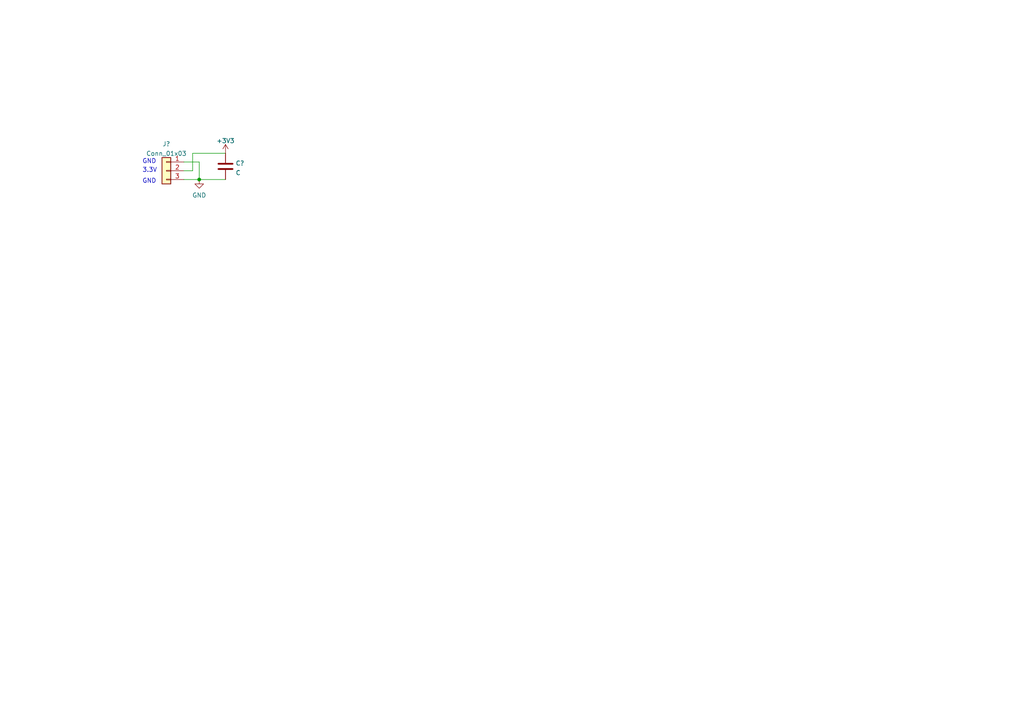
<source format=kicad_sch>
(kicad_sch (version 20211123) (generator eeschema)
  (paper "A4")
  (lib_symbols
    (symbol "Connector_Generic:Conn_01x03" (pin_names (offset 1.016) hide)
      (property "Reference" "J" (at 0 5.08 0))
      (property "Value" "Conn_01x03" (at 0 -5.08 0))
      (symbol "Conn_01x03_1_1"
        (rectangle (start -1.27 -2.413) (end 0 -2.667) (stroke (width 0.1524)))
        (rectangle (start -1.27 0.127) (end 0 -0.127) (stroke (width 0.1524)))
        (rectangle (start -1.27 2.667) (end 0 2.413) (stroke (width 0.1524)))
        (rectangle (start -1.27 3.81) (end 1.27 -3.81) (stroke (width 0.254)) (fill (type background)))
        (pin passive line (at -5.08 2.54 0) (length 3.81) (name "Pin_1") (number "1"))
        (pin passive line (at -5.08 0 0) (length 3.81) (name "Pin_2") (number "2"))
        (pin passive line (at -5.08 -2.54 0) (length 3.81) (name "Pin_3") (number "3"))
      )
    )
    (symbol "Device:C" (pin_numbers hide) (pin_names (offset 0.254))
      (property "Reference" "C" (at 0.635 2.54 0))
      (property "Value" "C" (at 0.635 -2.54 0))
      (symbol "C_0_1"
        (polyline (pts (xy -2.032 -0.762) (xy 2.032 -0.762)) (stroke (width 0.508)))
        (polyline (pts (xy -2.032 0.762) (xy 2.032 0.762)) (stroke (width 0.508)))
      )
      (symbol "C_1_1"
        (pin passive line (at 0 3.81 270) (length 2.794) (name "~") (number "1"))
        (pin passive line (at 0 -3.81 90) (length 2.794) (name "~") (number "2"))
      )
    )
    (symbol "power:+3V3" (power) (pin_names (offset 0))
      (property "Value" "+3V3" (at 0 3.556 0))
      (symbol "+3V3_0_1"
        (polyline (pts (xy -0.762 1.27) (xy 0 2.54)))
        (polyline (pts (xy 0 0) (xy 0 2.54)))
        (polyline (pts (xy 0 2.54) (xy 0.762 1.27)))
      )
      (symbol "+3V3_1_1"
        (pin power_in line (at 0 0 90) (length 0) hide (name "+3V3") (number "1"))
      )
    )
    (symbol "power:GND" (power) (pin_names (offset 0))
      (property "Value" "GND" (at 0 -3.81 0))
      (symbol "GND_0_1"
        (polyline (pts (xy 0 0) (xy 0 -1.27) (xy 1.27 -1.27) (xy 0 -2.54) (xy -1.27 -1.27) (xy 0 -1.27)))
      )
      (symbol "GND_1_1"
        (pin power_in line (at 0 0 270) (length 0) hide (name "GND") (number "1"))
      )
    )
  )
  (junction (at 57.785 52.07))
  (wire (pts (xy 53.34 46.99) (xy 57.785 46.99)))
  (wire (pts (xy 53.34 49.53) (xy 55.88 49.53)))
  (wire (pts (xy 55.88 44.45) (xy 65.405 44.45)))
  (wire (pts (xy 57.785 46.99) (xy 57.785 52.07)))
  (wire (pts (xy 53.34 52.07) (xy 57.785 52.07)))
  (wire (pts (xy 55.88 49.53) (xy 55.88 44.45)))
  (wire (pts (xy 57.785 52.07) (xy 65.405 52.07)))
  (text "GND" (at 41.275 47.625 0) (effects (font (size 1.27 1.27)) (justify left bottom)))
  (text "GND" (at 41.275 53.34 0) (effects (font (size 1.27 1.27)) (justify left bottom)))
  (text "3.3V" (at 41.275 50.165 0) (effects (font (size 1.27 1.27)) (justify left bottom)))
  (symbol (lib_id "Device:C") (at 65.405 48.26 0) (unit 1)
    (property "Reference" "C?" (at 68.326 47.3515 0) (effects (justify left)))
    (property "Value" "C" (at 68.326 50.1266 0) (effects (justify left)))
  )
  (symbol (lib_id "power:+3V3") (at 65.405 44.45 0) (unit 1)
    (property "Reference" "#PWR?" (effects hide))
    (property "Value" "+3V3" (at 65.405 40.8455 0))
  )
  (symbol (lib_id "Connector_Generic:Conn_01x03") (at 48.26 49.53 0) (mirror y) (unit 1)
    (property "Reference" "J?" (at 48.26 41.7535 0))
    (property "Value" "Conn_01x03" (at 48.26 44.5286 0))
  )
  (symbol (lib_id "power:GND") (at 57.785 52.07 0) (unit 1)
    (property "Reference" "#PWR?" (effects hide))
    (property "Value" "GND" (at 57.785 56.6325 0))
  )
)
</source>
